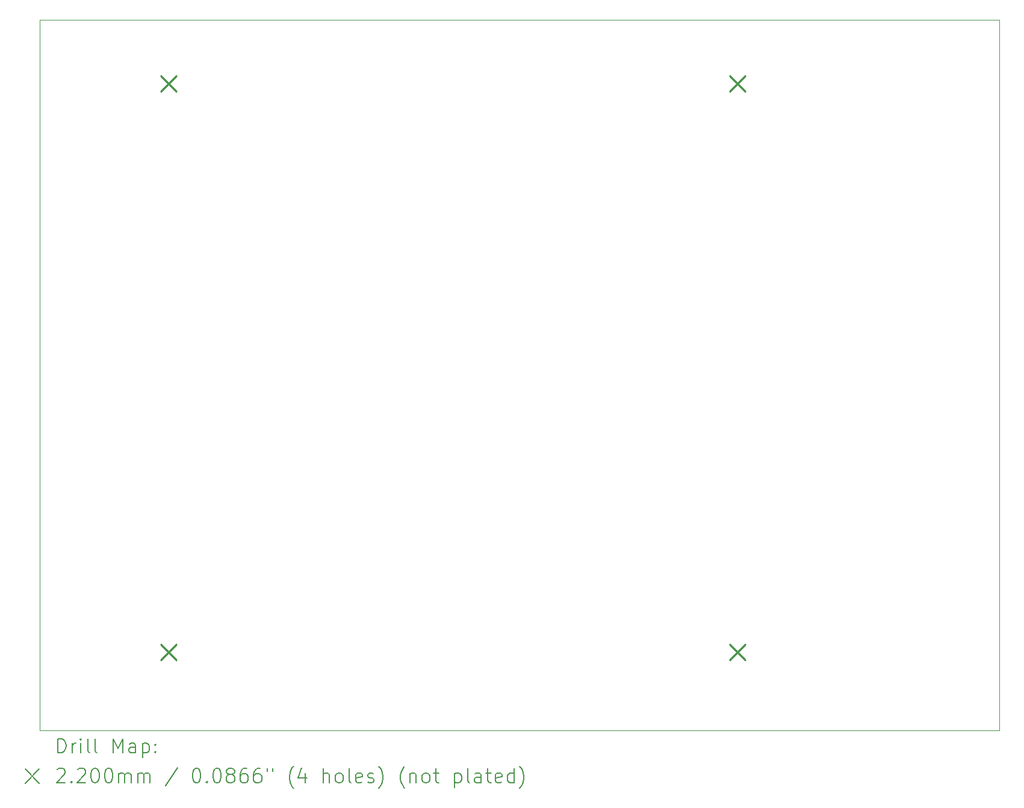
<source format=gbr>
%TF.GenerationSoftware,KiCad,Pcbnew,7.0.5*%
%TF.CreationDate,2023-09-10T10:55:36+02:00*%
%TF.ProjectId,LED-Matrix,4c45442d-4d61-4747-9269-782e6b696361,rev?*%
%TF.SameCoordinates,Original*%
%TF.FileFunction,Drillmap*%
%TF.FilePolarity,Positive*%
%FSLAX45Y45*%
G04 Gerber Fmt 4.5, Leading zero omitted, Abs format (unit mm)*
G04 Created by KiCad (PCBNEW 7.0.5) date 2023-09-10 10:55:36*
%MOMM*%
%LPD*%
G01*
G04 APERTURE LIST*
%ADD10C,0.100000*%
%ADD11C,0.200000*%
%ADD12C,0.220000*%
G04 APERTURE END LIST*
D10*
X10000000Y-4000000D02*
X23500000Y-4000000D01*
X23500000Y-14000000D01*
X10000000Y-14000000D01*
X10000000Y-4000000D01*
D11*
D12*
X11701500Y-4793500D02*
X11921500Y-5013500D01*
X11921500Y-4793500D02*
X11701500Y-5013500D01*
X11701500Y-12793500D02*
X11921500Y-13013500D01*
X11921500Y-12793500D02*
X11701500Y-13013500D01*
X19701500Y-4793500D02*
X19921500Y-5013500D01*
X19921500Y-4793500D02*
X19701500Y-5013500D01*
X19701500Y-12793500D02*
X19921500Y-13013500D01*
X19921500Y-12793500D02*
X19701500Y-13013500D01*
D11*
X10255777Y-14316484D02*
X10255777Y-14116484D01*
X10255777Y-14116484D02*
X10303396Y-14116484D01*
X10303396Y-14116484D02*
X10331967Y-14126008D01*
X10331967Y-14126008D02*
X10351015Y-14145055D01*
X10351015Y-14145055D02*
X10360539Y-14164103D01*
X10360539Y-14164103D02*
X10370063Y-14202198D01*
X10370063Y-14202198D02*
X10370063Y-14230769D01*
X10370063Y-14230769D02*
X10360539Y-14268865D01*
X10360539Y-14268865D02*
X10351015Y-14287912D01*
X10351015Y-14287912D02*
X10331967Y-14306960D01*
X10331967Y-14306960D02*
X10303396Y-14316484D01*
X10303396Y-14316484D02*
X10255777Y-14316484D01*
X10455777Y-14316484D02*
X10455777Y-14183150D01*
X10455777Y-14221246D02*
X10465301Y-14202198D01*
X10465301Y-14202198D02*
X10474824Y-14192674D01*
X10474824Y-14192674D02*
X10493872Y-14183150D01*
X10493872Y-14183150D02*
X10512920Y-14183150D01*
X10579586Y-14316484D02*
X10579586Y-14183150D01*
X10579586Y-14116484D02*
X10570063Y-14126008D01*
X10570063Y-14126008D02*
X10579586Y-14135531D01*
X10579586Y-14135531D02*
X10589110Y-14126008D01*
X10589110Y-14126008D02*
X10579586Y-14116484D01*
X10579586Y-14116484D02*
X10579586Y-14135531D01*
X10703396Y-14316484D02*
X10684348Y-14306960D01*
X10684348Y-14306960D02*
X10674824Y-14287912D01*
X10674824Y-14287912D02*
X10674824Y-14116484D01*
X10808158Y-14316484D02*
X10789110Y-14306960D01*
X10789110Y-14306960D02*
X10779586Y-14287912D01*
X10779586Y-14287912D02*
X10779586Y-14116484D01*
X11036729Y-14316484D02*
X11036729Y-14116484D01*
X11036729Y-14116484D02*
X11103396Y-14259341D01*
X11103396Y-14259341D02*
X11170063Y-14116484D01*
X11170063Y-14116484D02*
X11170063Y-14316484D01*
X11351015Y-14316484D02*
X11351015Y-14211722D01*
X11351015Y-14211722D02*
X11341491Y-14192674D01*
X11341491Y-14192674D02*
X11322443Y-14183150D01*
X11322443Y-14183150D02*
X11284348Y-14183150D01*
X11284348Y-14183150D02*
X11265301Y-14192674D01*
X11351015Y-14306960D02*
X11331967Y-14316484D01*
X11331967Y-14316484D02*
X11284348Y-14316484D01*
X11284348Y-14316484D02*
X11265301Y-14306960D01*
X11265301Y-14306960D02*
X11255777Y-14287912D01*
X11255777Y-14287912D02*
X11255777Y-14268865D01*
X11255777Y-14268865D02*
X11265301Y-14249817D01*
X11265301Y-14249817D02*
X11284348Y-14240293D01*
X11284348Y-14240293D02*
X11331967Y-14240293D01*
X11331967Y-14240293D02*
X11351015Y-14230769D01*
X11446253Y-14183150D02*
X11446253Y-14383150D01*
X11446253Y-14192674D02*
X11465301Y-14183150D01*
X11465301Y-14183150D02*
X11503396Y-14183150D01*
X11503396Y-14183150D02*
X11522443Y-14192674D01*
X11522443Y-14192674D02*
X11531967Y-14202198D01*
X11531967Y-14202198D02*
X11541491Y-14221246D01*
X11541491Y-14221246D02*
X11541491Y-14278388D01*
X11541491Y-14278388D02*
X11531967Y-14297436D01*
X11531967Y-14297436D02*
X11522443Y-14306960D01*
X11522443Y-14306960D02*
X11503396Y-14316484D01*
X11503396Y-14316484D02*
X11465301Y-14316484D01*
X11465301Y-14316484D02*
X11446253Y-14306960D01*
X11627205Y-14297436D02*
X11636729Y-14306960D01*
X11636729Y-14306960D02*
X11627205Y-14316484D01*
X11627205Y-14316484D02*
X11617682Y-14306960D01*
X11617682Y-14306960D02*
X11627205Y-14297436D01*
X11627205Y-14297436D02*
X11627205Y-14316484D01*
X11627205Y-14192674D02*
X11636729Y-14202198D01*
X11636729Y-14202198D02*
X11627205Y-14211722D01*
X11627205Y-14211722D02*
X11617682Y-14202198D01*
X11617682Y-14202198D02*
X11627205Y-14192674D01*
X11627205Y-14192674D02*
X11627205Y-14211722D01*
X9795000Y-14545000D02*
X9995000Y-14745000D01*
X9995000Y-14545000D02*
X9795000Y-14745000D01*
X10246253Y-14555531D02*
X10255777Y-14546008D01*
X10255777Y-14546008D02*
X10274824Y-14536484D01*
X10274824Y-14536484D02*
X10322444Y-14536484D01*
X10322444Y-14536484D02*
X10341491Y-14546008D01*
X10341491Y-14546008D02*
X10351015Y-14555531D01*
X10351015Y-14555531D02*
X10360539Y-14574579D01*
X10360539Y-14574579D02*
X10360539Y-14593627D01*
X10360539Y-14593627D02*
X10351015Y-14622198D01*
X10351015Y-14622198D02*
X10236729Y-14736484D01*
X10236729Y-14736484D02*
X10360539Y-14736484D01*
X10446253Y-14717436D02*
X10455777Y-14726960D01*
X10455777Y-14726960D02*
X10446253Y-14736484D01*
X10446253Y-14736484D02*
X10436729Y-14726960D01*
X10436729Y-14726960D02*
X10446253Y-14717436D01*
X10446253Y-14717436D02*
X10446253Y-14736484D01*
X10531967Y-14555531D02*
X10541491Y-14546008D01*
X10541491Y-14546008D02*
X10560539Y-14536484D01*
X10560539Y-14536484D02*
X10608158Y-14536484D01*
X10608158Y-14536484D02*
X10627205Y-14546008D01*
X10627205Y-14546008D02*
X10636729Y-14555531D01*
X10636729Y-14555531D02*
X10646253Y-14574579D01*
X10646253Y-14574579D02*
X10646253Y-14593627D01*
X10646253Y-14593627D02*
X10636729Y-14622198D01*
X10636729Y-14622198D02*
X10522444Y-14736484D01*
X10522444Y-14736484D02*
X10646253Y-14736484D01*
X10770063Y-14536484D02*
X10789110Y-14536484D01*
X10789110Y-14536484D02*
X10808158Y-14546008D01*
X10808158Y-14546008D02*
X10817682Y-14555531D01*
X10817682Y-14555531D02*
X10827205Y-14574579D01*
X10827205Y-14574579D02*
X10836729Y-14612674D01*
X10836729Y-14612674D02*
X10836729Y-14660293D01*
X10836729Y-14660293D02*
X10827205Y-14698388D01*
X10827205Y-14698388D02*
X10817682Y-14717436D01*
X10817682Y-14717436D02*
X10808158Y-14726960D01*
X10808158Y-14726960D02*
X10789110Y-14736484D01*
X10789110Y-14736484D02*
X10770063Y-14736484D01*
X10770063Y-14736484D02*
X10751015Y-14726960D01*
X10751015Y-14726960D02*
X10741491Y-14717436D01*
X10741491Y-14717436D02*
X10731967Y-14698388D01*
X10731967Y-14698388D02*
X10722444Y-14660293D01*
X10722444Y-14660293D02*
X10722444Y-14612674D01*
X10722444Y-14612674D02*
X10731967Y-14574579D01*
X10731967Y-14574579D02*
X10741491Y-14555531D01*
X10741491Y-14555531D02*
X10751015Y-14546008D01*
X10751015Y-14546008D02*
X10770063Y-14536484D01*
X10960539Y-14536484D02*
X10979586Y-14536484D01*
X10979586Y-14536484D02*
X10998634Y-14546008D01*
X10998634Y-14546008D02*
X11008158Y-14555531D01*
X11008158Y-14555531D02*
X11017682Y-14574579D01*
X11017682Y-14574579D02*
X11027205Y-14612674D01*
X11027205Y-14612674D02*
X11027205Y-14660293D01*
X11027205Y-14660293D02*
X11017682Y-14698388D01*
X11017682Y-14698388D02*
X11008158Y-14717436D01*
X11008158Y-14717436D02*
X10998634Y-14726960D01*
X10998634Y-14726960D02*
X10979586Y-14736484D01*
X10979586Y-14736484D02*
X10960539Y-14736484D01*
X10960539Y-14736484D02*
X10941491Y-14726960D01*
X10941491Y-14726960D02*
X10931967Y-14717436D01*
X10931967Y-14717436D02*
X10922444Y-14698388D01*
X10922444Y-14698388D02*
X10912920Y-14660293D01*
X10912920Y-14660293D02*
X10912920Y-14612674D01*
X10912920Y-14612674D02*
X10922444Y-14574579D01*
X10922444Y-14574579D02*
X10931967Y-14555531D01*
X10931967Y-14555531D02*
X10941491Y-14546008D01*
X10941491Y-14546008D02*
X10960539Y-14536484D01*
X11112920Y-14736484D02*
X11112920Y-14603150D01*
X11112920Y-14622198D02*
X11122444Y-14612674D01*
X11122444Y-14612674D02*
X11141491Y-14603150D01*
X11141491Y-14603150D02*
X11170063Y-14603150D01*
X11170063Y-14603150D02*
X11189110Y-14612674D01*
X11189110Y-14612674D02*
X11198634Y-14631722D01*
X11198634Y-14631722D02*
X11198634Y-14736484D01*
X11198634Y-14631722D02*
X11208158Y-14612674D01*
X11208158Y-14612674D02*
X11227205Y-14603150D01*
X11227205Y-14603150D02*
X11255777Y-14603150D01*
X11255777Y-14603150D02*
X11274824Y-14612674D01*
X11274824Y-14612674D02*
X11284348Y-14631722D01*
X11284348Y-14631722D02*
X11284348Y-14736484D01*
X11379586Y-14736484D02*
X11379586Y-14603150D01*
X11379586Y-14622198D02*
X11389110Y-14612674D01*
X11389110Y-14612674D02*
X11408158Y-14603150D01*
X11408158Y-14603150D02*
X11436729Y-14603150D01*
X11436729Y-14603150D02*
X11455777Y-14612674D01*
X11455777Y-14612674D02*
X11465301Y-14631722D01*
X11465301Y-14631722D02*
X11465301Y-14736484D01*
X11465301Y-14631722D02*
X11474824Y-14612674D01*
X11474824Y-14612674D02*
X11493872Y-14603150D01*
X11493872Y-14603150D02*
X11522443Y-14603150D01*
X11522443Y-14603150D02*
X11541491Y-14612674D01*
X11541491Y-14612674D02*
X11551015Y-14631722D01*
X11551015Y-14631722D02*
X11551015Y-14736484D01*
X11941491Y-14526960D02*
X11770063Y-14784103D01*
X12198634Y-14536484D02*
X12217682Y-14536484D01*
X12217682Y-14536484D02*
X12236729Y-14546008D01*
X12236729Y-14546008D02*
X12246253Y-14555531D01*
X12246253Y-14555531D02*
X12255777Y-14574579D01*
X12255777Y-14574579D02*
X12265301Y-14612674D01*
X12265301Y-14612674D02*
X12265301Y-14660293D01*
X12265301Y-14660293D02*
X12255777Y-14698388D01*
X12255777Y-14698388D02*
X12246253Y-14717436D01*
X12246253Y-14717436D02*
X12236729Y-14726960D01*
X12236729Y-14726960D02*
X12217682Y-14736484D01*
X12217682Y-14736484D02*
X12198634Y-14736484D01*
X12198634Y-14736484D02*
X12179586Y-14726960D01*
X12179586Y-14726960D02*
X12170063Y-14717436D01*
X12170063Y-14717436D02*
X12160539Y-14698388D01*
X12160539Y-14698388D02*
X12151015Y-14660293D01*
X12151015Y-14660293D02*
X12151015Y-14612674D01*
X12151015Y-14612674D02*
X12160539Y-14574579D01*
X12160539Y-14574579D02*
X12170063Y-14555531D01*
X12170063Y-14555531D02*
X12179586Y-14546008D01*
X12179586Y-14546008D02*
X12198634Y-14536484D01*
X12351015Y-14717436D02*
X12360539Y-14726960D01*
X12360539Y-14726960D02*
X12351015Y-14736484D01*
X12351015Y-14736484D02*
X12341491Y-14726960D01*
X12341491Y-14726960D02*
X12351015Y-14717436D01*
X12351015Y-14717436D02*
X12351015Y-14736484D01*
X12484348Y-14536484D02*
X12503396Y-14536484D01*
X12503396Y-14536484D02*
X12522444Y-14546008D01*
X12522444Y-14546008D02*
X12531967Y-14555531D01*
X12531967Y-14555531D02*
X12541491Y-14574579D01*
X12541491Y-14574579D02*
X12551015Y-14612674D01*
X12551015Y-14612674D02*
X12551015Y-14660293D01*
X12551015Y-14660293D02*
X12541491Y-14698388D01*
X12541491Y-14698388D02*
X12531967Y-14717436D01*
X12531967Y-14717436D02*
X12522444Y-14726960D01*
X12522444Y-14726960D02*
X12503396Y-14736484D01*
X12503396Y-14736484D02*
X12484348Y-14736484D01*
X12484348Y-14736484D02*
X12465301Y-14726960D01*
X12465301Y-14726960D02*
X12455777Y-14717436D01*
X12455777Y-14717436D02*
X12446253Y-14698388D01*
X12446253Y-14698388D02*
X12436729Y-14660293D01*
X12436729Y-14660293D02*
X12436729Y-14612674D01*
X12436729Y-14612674D02*
X12446253Y-14574579D01*
X12446253Y-14574579D02*
X12455777Y-14555531D01*
X12455777Y-14555531D02*
X12465301Y-14546008D01*
X12465301Y-14546008D02*
X12484348Y-14536484D01*
X12665301Y-14622198D02*
X12646253Y-14612674D01*
X12646253Y-14612674D02*
X12636729Y-14603150D01*
X12636729Y-14603150D02*
X12627206Y-14584103D01*
X12627206Y-14584103D02*
X12627206Y-14574579D01*
X12627206Y-14574579D02*
X12636729Y-14555531D01*
X12636729Y-14555531D02*
X12646253Y-14546008D01*
X12646253Y-14546008D02*
X12665301Y-14536484D01*
X12665301Y-14536484D02*
X12703396Y-14536484D01*
X12703396Y-14536484D02*
X12722444Y-14546008D01*
X12722444Y-14546008D02*
X12731967Y-14555531D01*
X12731967Y-14555531D02*
X12741491Y-14574579D01*
X12741491Y-14574579D02*
X12741491Y-14584103D01*
X12741491Y-14584103D02*
X12731967Y-14603150D01*
X12731967Y-14603150D02*
X12722444Y-14612674D01*
X12722444Y-14612674D02*
X12703396Y-14622198D01*
X12703396Y-14622198D02*
X12665301Y-14622198D01*
X12665301Y-14622198D02*
X12646253Y-14631722D01*
X12646253Y-14631722D02*
X12636729Y-14641246D01*
X12636729Y-14641246D02*
X12627206Y-14660293D01*
X12627206Y-14660293D02*
X12627206Y-14698388D01*
X12627206Y-14698388D02*
X12636729Y-14717436D01*
X12636729Y-14717436D02*
X12646253Y-14726960D01*
X12646253Y-14726960D02*
X12665301Y-14736484D01*
X12665301Y-14736484D02*
X12703396Y-14736484D01*
X12703396Y-14736484D02*
X12722444Y-14726960D01*
X12722444Y-14726960D02*
X12731967Y-14717436D01*
X12731967Y-14717436D02*
X12741491Y-14698388D01*
X12741491Y-14698388D02*
X12741491Y-14660293D01*
X12741491Y-14660293D02*
X12731967Y-14641246D01*
X12731967Y-14641246D02*
X12722444Y-14631722D01*
X12722444Y-14631722D02*
X12703396Y-14622198D01*
X12912920Y-14536484D02*
X12874825Y-14536484D01*
X12874825Y-14536484D02*
X12855777Y-14546008D01*
X12855777Y-14546008D02*
X12846253Y-14555531D01*
X12846253Y-14555531D02*
X12827206Y-14584103D01*
X12827206Y-14584103D02*
X12817682Y-14622198D01*
X12817682Y-14622198D02*
X12817682Y-14698388D01*
X12817682Y-14698388D02*
X12827206Y-14717436D01*
X12827206Y-14717436D02*
X12836729Y-14726960D01*
X12836729Y-14726960D02*
X12855777Y-14736484D01*
X12855777Y-14736484D02*
X12893872Y-14736484D01*
X12893872Y-14736484D02*
X12912920Y-14726960D01*
X12912920Y-14726960D02*
X12922444Y-14717436D01*
X12922444Y-14717436D02*
X12931967Y-14698388D01*
X12931967Y-14698388D02*
X12931967Y-14650769D01*
X12931967Y-14650769D02*
X12922444Y-14631722D01*
X12922444Y-14631722D02*
X12912920Y-14622198D01*
X12912920Y-14622198D02*
X12893872Y-14612674D01*
X12893872Y-14612674D02*
X12855777Y-14612674D01*
X12855777Y-14612674D02*
X12836729Y-14622198D01*
X12836729Y-14622198D02*
X12827206Y-14631722D01*
X12827206Y-14631722D02*
X12817682Y-14650769D01*
X13103396Y-14536484D02*
X13065301Y-14536484D01*
X13065301Y-14536484D02*
X13046253Y-14546008D01*
X13046253Y-14546008D02*
X13036729Y-14555531D01*
X13036729Y-14555531D02*
X13017682Y-14584103D01*
X13017682Y-14584103D02*
X13008158Y-14622198D01*
X13008158Y-14622198D02*
X13008158Y-14698388D01*
X13008158Y-14698388D02*
X13017682Y-14717436D01*
X13017682Y-14717436D02*
X13027206Y-14726960D01*
X13027206Y-14726960D02*
X13046253Y-14736484D01*
X13046253Y-14736484D02*
X13084348Y-14736484D01*
X13084348Y-14736484D02*
X13103396Y-14726960D01*
X13103396Y-14726960D02*
X13112920Y-14717436D01*
X13112920Y-14717436D02*
X13122444Y-14698388D01*
X13122444Y-14698388D02*
X13122444Y-14650769D01*
X13122444Y-14650769D02*
X13112920Y-14631722D01*
X13112920Y-14631722D02*
X13103396Y-14622198D01*
X13103396Y-14622198D02*
X13084348Y-14612674D01*
X13084348Y-14612674D02*
X13046253Y-14612674D01*
X13046253Y-14612674D02*
X13027206Y-14622198D01*
X13027206Y-14622198D02*
X13017682Y-14631722D01*
X13017682Y-14631722D02*
X13008158Y-14650769D01*
X13198634Y-14536484D02*
X13198634Y-14574579D01*
X13274825Y-14536484D02*
X13274825Y-14574579D01*
X13570063Y-14812674D02*
X13560539Y-14803150D01*
X13560539Y-14803150D02*
X13541491Y-14774579D01*
X13541491Y-14774579D02*
X13531968Y-14755531D01*
X13531968Y-14755531D02*
X13522444Y-14726960D01*
X13522444Y-14726960D02*
X13512920Y-14679341D01*
X13512920Y-14679341D02*
X13512920Y-14641246D01*
X13512920Y-14641246D02*
X13522444Y-14593627D01*
X13522444Y-14593627D02*
X13531968Y-14565055D01*
X13531968Y-14565055D02*
X13541491Y-14546008D01*
X13541491Y-14546008D02*
X13560539Y-14517436D01*
X13560539Y-14517436D02*
X13570063Y-14507912D01*
X13731968Y-14603150D02*
X13731968Y-14736484D01*
X13684348Y-14526960D02*
X13636729Y-14669817D01*
X13636729Y-14669817D02*
X13760539Y-14669817D01*
X13989110Y-14736484D02*
X13989110Y-14536484D01*
X14074825Y-14736484D02*
X14074825Y-14631722D01*
X14074825Y-14631722D02*
X14065301Y-14612674D01*
X14065301Y-14612674D02*
X14046253Y-14603150D01*
X14046253Y-14603150D02*
X14017682Y-14603150D01*
X14017682Y-14603150D02*
X13998634Y-14612674D01*
X13998634Y-14612674D02*
X13989110Y-14622198D01*
X14198634Y-14736484D02*
X14179587Y-14726960D01*
X14179587Y-14726960D02*
X14170063Y-14717436D01*
X14170063Y-14717436D02*
X14160539Y-14698388D01*
X14160539Y-14698388D02*
X14160539Y-14641246D01*
X14160539Y-14641246D02*
X14170063Y-14622198D01*
X14170063Y-14622198D02*
X14179587Y-14612674D01*
X14179587Y-14612674D02*
X14198634Y-14603150D01*
X14198634Y-14603150D02*
X14227206Y-14603150D01*
X14227206Y-14603150D02*
X14246253Y-14612674D01*
X14246253Y-14612674D02*
X14255777Y-14622198D01*
X14255777Y-14622198D02*
X14265301Y-14641246D01*
X14265301Y-14641246D02*
X14265301Y-14698388D01*
X14265301Y-14698388D02*
X14255777Y-14717436D01*
X14255777Y-14717436D02*
X14246253Y-14726960D01*
X14246253Y-14726960D02*
X14227206Y-14736484D01*
X14227206Y-14736484D02*
X14198634Y-14736484D01*
X14379587Y-14736484D02*
X14360539Y-14726960D01*
X14360539Y-14726960D02*
X14351015Y-14707912D01*
X14351015Y-14707912D02*
X14351015Y-14536484D01*
X14531968Y-14726960D02*
X14512920Y-14736484D01*
X14512920Y-14736484D02*
X14474825Y-14736484D01*
X14474825Y-14736484D02*
X14455777Y-14726960D01*
X14455777Y-14726960D02*
X14446253Y-14707912D01*
X14446253Y-14707912D02*
X14446253Y-14631722D01*
X14446253Y-14631722D02*
X14455777Y-14612674D01*
X14455777Y-14612674D02*
X14474825Y-14603150D01*
X14474825Y-14603150D02*
X14512920Y-14603150D01*
X14512920Y-14603150D02*
X14531968Y-14612674D01*
X14531968Y-14612674D02*
X14541491Y-14631722D01*
X14541491Y-14631722D02*
X14541491Y-14650769D01*
X14541491Y-14650769D02*
X14446253Y-14669817D01*
X14617682Y-14726960D02*
X14636730Y-14736484D01*
X14636730Y-14736484D02*
X14674825Y-14736484D01*
X14674825Y-14736484D02*
X14693872Y-14726960D01*
X14693872Y-14726960D02*
X14703396Y-14707912D01*
X14703396Y-14707912D02*
X14703396Y-14698388D01*
X14703396Y-14698388D02*
X14693872Y-14679341D01*
X14693872Y-14679341D02*
X14674825Y-14669817D01*
X14674825Y-14669817D02*
X14646253Y-14669817D01*
X14646253Y-14669817D02*
X14627206Y-14660293D01*
X14627206Y-14660293D02*
X14617682Y-14641246D01*
X14617682Y-14641246D02*
X14617682Y-14631722D01*
X14617682Y-14631722D02*
X14627206Y-14612674D01*
X14627206Y-14612674D02*
X14646253Y-14603150D01*
X14646253Y-14603150D02*
X14674825Y-14603150D01*
X14674825Y-14603150D02*
X14693872Y-14612674D01*
X14770063Y-14812674D02*
X14779587Y-14803150D01*
X14779587Y-14803150D02*
X14798634Y-14774579D01*
X14798634Y-14774579D02*
X14808158Y-14755531D01*
X14808158Y-14755531D02*
X14817682Y-14726960D01*
X14817682Y-14726960D02*
X14827206Y-14679341D01*
X14827206Y-14679341D02*
X14827206Y-14641246D01*
X14827206Y-14641246D02*
X14817682Y-14593627D01*
X14817682Y-14593627D02*
X14808158Y-14565055D01*
X14808158Y-14565055D02*
X14798634Y-14546008D01*
X14798634Y-14546008D02*
X14779587Y-14517436D01*
X14779587Y-14517436D02*
X14770063Y-14507912D01*
X15131968Y-14812674D02*
X15122444Y-14803150D01*
X15122444Y-14803150D02*
X15103396Y-14774579D01*
X15103396Y-14774579D02*
X15093872Y-14755531D01*
X15093872Y-14755531D02*
X15084349Y-14726960D01*
X15084349Y-14726960D02*
X15074825Y-14679341D01*
X15074825Y-14679341D02*
X15074825Y-14641246D01*
X15074825Y-14641246D02*
X15084349Y-14593627D01*
X15084349Y-14593627D02*
X15093872Y-14565055D01*
X15093872Y-14565055D02*
X15103396Y-14546008D01*
X15103396Y-14546008D02*
X15122444Y-14517436D01*
X15122444Y-14517436D02*
X15131968Y-14507912D01*
X15208158Y-14603150D02*
X15208158Y-14736484D01*
X15208158Y-14622198D02*
X15217682Y-14612674D01*
X15217682Y-14612674D02*
X15236730Y-14603150D01*
X15236730Y-14603150D02*
X15265301Y-14603150D01*
X15265301Y-14603150D02*
X15284349Y-14612674D01*
X15284349Y-14612674D02*
X15293872Y-14631722D01*
X15293872Y-14631722D02*
X15293872Y-14736484D01*
X15417682Y-14736484D02*
X15398634Y-14726960D01*
X15398634Y-14726960D02*
X15389111Y-14717436D01*
X15389111Y-14717436D02*
X15379587Y-14698388D01*
X15379587Y-14698388D02*
X15379587Y-14641246D01*
X15379587Y-14641246D02*
X15389111Y-14622198D01*
X15389111Y-14622198D02*
X15398634Y-14612674D01*
X15398634Y-14612674D02*
X15417682Y-14603150D01*
X15417682Y-14603150D02*
X15446253Y-14603150D01*
X15446253Y-14603150D02*
X15465301Y-14612674D01*
X15465301Y-14612674D02*
X15474825Y-14622198D01*
X15474825Y-14622198D02*
X15484349Y-14641246D01*
X15484349Y-14641246D02*
X15484349Y-14698388D01*
X15484349Y-14698388D02*
X15474825Y-14717436D01*
X15474825Y-14717436D02*
X15465301Y-14726960D01*
X15465301Y-14726960D02*
X15446253Y-14736484D01*
X15446253Y-14736484D02*
X15417682Y-14736484D01*
X15541492Y-14603150D02*
X15617682Y-14603150D01*
X15570063Y-14536484D02*
X15570063Y-14707912D01*
X15570063Y-14707912D02*
X15579587Y-14726960D01*
X15579587Y-14726960D02*
X15598634Y-14736484D01*
X15598634Y-14736484D02*
X15617682Y-14736484D01*
X15836730Y-14603150D02*
X15836730Y-14803150D01*
X15836730Y-14612674D02*
X15855777Y-14603150D01*
X15855777Y-14603150D02*
X15893873Y-14603150D01*
X15893873Y-14603150D02*
X15912920Y-14612674D01*
X15912920Y-14612674D02*
X15922444Y-14622198D01*
X15922444Y-14622198D02*
X15931968Y-14641246D01*
X15931968Y-14641246D02*
X15931968Y-14698388D01*
X15931968Y-14698388D02*
X15922444Y-14717436D01*
X15922444Y-14717436D02*
X15912920Y-14726960D01*
X15912920Y-14726960D02*
X15893873Y-14736484D01*
X15893873Y-14736484D02*
X15855777Y-14736484D01*
X15855777Y-14736484D02*
X15836730Y-14726960D01*
X16046253Y-14736484D02*
X16027206Y-14726960D01*
X16027206Y-14726960D02*
X16017682Y-14707912D01*
X16017682Y-14707912D02*
X16017682Y-14536484D01*
X16208158Y-14736484D02*
X16208158Y-14631722D01*
X16208158Y-14631722D02*
X16198634Y-14612674D01*
X16198634Y-14612674D02*
X16179587Y-14603150D01*
X16179587Y-14603150D02*
X16141492Y-14603150D01*
X16141492Y-14603150D02*
X16122444Y-14612674D01*
X16208158Y-14726960D02*
X16189111Y-14736484D01*
X16189111Y-14736484D02*
X16141492Y-14736484D01*
X16141492Y-14736484D02*
X16122444Y-14726960D01*
X16122444Y-14726960D02*
X16112920Y-14707912D01*
X16112920Y-14707912D02*
X16112920Y-14688865D01*
X16112920Y-14688865D02*
X16122444Y-14669817D01*
X16122444Y-14669817D02*
X16141492Y-14660293D01*
X16141492Y-14660293D02*
X16189111Y-14660293D01*
X16189111Y-14660293D02*
X16208158Y-14650769D01*
X16274825Y-14603150D02*
X16351015Y-14603150D01*
X16303396Y-14536484D02*
X16303396Y-14707912D01*
X16303396Y-14707912D02*
X16312920Y-14726960D01*
X16312920Y-14726960D02*
X16331968Y-14736484D01*
X16331968Y-14736484D02*
X16351015Y-14736484D01*
X16493873Y-14726960D02*
X16474825Y-14736484D01*
X16474825Y-14736484D02*
X16436730Y-14736484D01*
X16436730Y-14736484D02*
X16417682Y-14726960D01*
X16417682Y-14726960D02*
X16408158Y-14707912D01*
X16408158Y-14707912D02*
X16408158Y-14631722D01*
X16408158Y-14631722D02*
X16417682Y-14612674D01*
X16417682Y-14612674D02*
X16436730Y-14603150D01*
X16436730Y-14603150D02*
X16474825Y-14603150D01*
X16474825Y-14603150D02*
X16493873Y-14612674D01*
X16493873Y-14612674D02*
X16503396Y-14631722D01*
X16503396Y-14631722D02*
X16503396Y-14650769D01*
X16503396Y-14650769D02*
X16408158Y-14669817D01*
X16674825Y-14736484D02*
X16674825Y-14536484D01*
X16674825Y-14726960D02*
X16655777Y-14736484D01*
X16655777Y-14736484D02*
X16617682Y-14736484D01*
X16617682Y-14736484D02*
X16598634Y-14726960D01*
X16598634Y-14726960D02*
X16589111Y-14717436D01*
X16589111Y-14717436D02*
X16579587Y-14698388D01*
X16579587Y-14698388D02*
X16579587Y-14641246D01*
X16579587Y-14641246D02*
X16589111Y-14622198D01*
X16589111Y-14622198D02*
X16598634Y-14612674D01*
X16598634Y-14612674D02*
X16617682Y-14603150D01*
X16617682Y-14603150D02*
X16655777Y-14603150D01*
X16655777Y-14603150D02*
X16674825Y-14612674D01*
X16751015Y-14812674D02*
X16760539Y-14803150D01*
X16760539Y-14803150D02*
X16779587Y-14774579D01*
X16779587Y-14774579D02*
X16789111Y-14755531D01*
X16789111Y-14755531D02*
X16798635Y-14726960D01*
X16798635Y-14726960D02*
X16808158Y-14679341D01*
X16808158Y-14679341D02*
X16808158Y-14641246D01*
X16808158Y-14641246D02*
X16798635Y-14593627D01*
X16798635Y-14593627D02*
X16789111Y-14565055D01*
X16789111Y-14565055D02*
X16779587Y-14546008D01*
X16779587Y-14546008D02*
X16760539Y-14517436D01*
X16760539Y-14517436D02*
X16751015Y-14507912D01*
M02*

</source>
